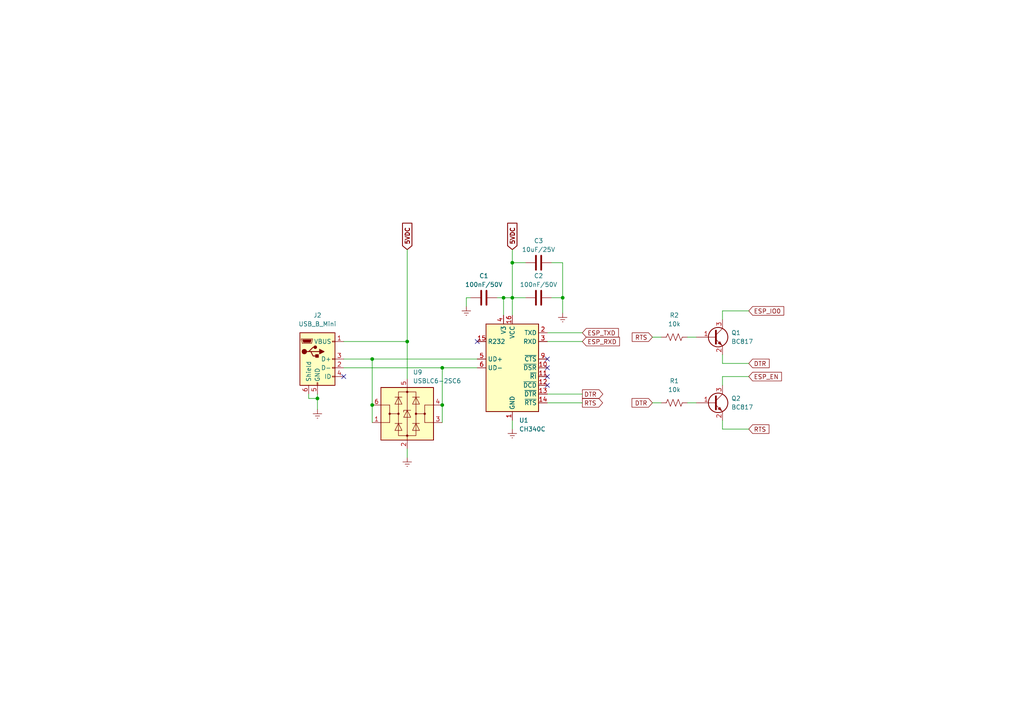
<source format=kicad_sch>
(kicad_sch (version 20230121) (generator eeschema)
  (paper "A4")
  (lib_symbols
    (symbol "Connector:USB_B_Mini" (pin_names (offset 1.016))
      (property "Reference" "J" (at -5.08 11.43 0))
      (property "Value" "USB_B_Mini" (at -5.08 8.89 0))
      (symbol "USB_B_Mini_0_1"
        (rectangle (start -5.08 -7.62) (end 5.08 7.62) (stroke (width 0.254)) (fill (type background)))
        (circle (center -3.81 2.159) (radius 0.635) (stroke (width 0.254)) (fill (type outline)))
        (circle (center -0.635 3.429) (radius 0.381) (stroke (width 0.254)) (fill (type outline)))
        (rectangle (start -0.127 -7.62) (end 0.127 -6.858))
        (polyline (pts (xy -1.905 2.159) (xy 0.635 2.159)) (stroke (width 0.254)))
        (polyline (pts (xy -3.175 2.159) (xy -2.54 2.159) (xy -1.27 3.429) (xy -0.635 3.429)) (stroke (width 0.254)))
        (polyline (pts (xy -2.54 2.159) (xy -1.905 2.159) (xy -1.27 0.889) (xy 0 0.889)) (stroke (width 0.254)))
        (polyline (pts (xy 0.635 2.794) (xy 0.635 1.524) (xy 1.905 2.159) (xy 0.635 2.794)) (stroke (width 0.254)) (fill (type outline)))
        (polyline (pts (xy -4.318 5.588) (xy -1.778 5.588) (xy -2.032 4.826) (xy -4.064 4.826) (xy -4.318 5.588)) (fill (type outline)))
        (polyline (pts (xy -4.699 5.842) (xy -4.699 5.588) (xy -4.445 4.826) (xy -4.445 4.572) (xy -1.651 4.572) (xy -1.651 4.826) (xy -1.397 5.588) (xy -1.397 5.842) (xy -4.699 5.842)))
        (rectangle (start 0.254 1.27) (end -0.508 0.508) (stroke (width 0.254)) (fill (type outline)))
        (rectangle (start 5.08 -5.207) (end 4.318 -4.953))
        (rectangle (start 5.08 -2.667) (end 4.318 -2.413))
        (rectangle (start 5.08 -0.127) (end 4.318 0.127))
        (rectangle (start 5.08 4.953) (end 4.318 5.207))
      )
      (symbol "USB_B_Mini_1_1"
        (pin power_out line (at 7.62 5.08 180) (length 2.54) (name "VBUS") (number "1"))
        (pin bidirectional line (at 7.62 -2.54 180) (length 2.54) (name "D-") (number "2"))
        (pin bidirectional line (at 7.62 0 180) (length 2.54) (name "D+") (number "3"))
        (pin passive line (at 7.62 -5.08 180) (length 2.54) (name "ID") (number "4"))
        (pin power_out line (at 0 -10.16 90) (length 2.54) (name "GND") (number "5"))
        (pin passive line (at -2.54 -10.16 90) (length 2.54) (name "Shield") (number "6"))
      )
    )
    (symbol "Device:C" (pin_numbers hide) (pin_names (offset 0.254))
      (property "Reference" "C" (at 0.635 2.54 0))
      (property "Value" "C" (at 0.635 -2.54 0))
      (symbol "C_0_1"
        (polyline (pts (xy -2.032 -0.762) (xy 2.032 -0.762)) (stroke (width 0.508)))
        (polyline (pts (xy -2.032 0.762) (xy 2.032 0.762)) (stroke (width 0.508)))
      )
      (symbol "C_1_1"
        (pin passive line (at 0 3.81 270) (length 2.794) (name "~") (number "1"))
        (pin passive line (at 0 -3.81 90) (length 2.794) (name "~") (number "2"))
      )
    )
    (symbol "Device:R_US" (pin_numbers hide) (pin_names (offset 0))
      (property "Reference" "R" (at 2.54 0 90))
      (property "Value" "R_US" (at -2.54 0 90))
      (symbol "R_US_0_1"
        (polyline (pts (xy 0 -2.286) (xy 0 -2.54)))
        (polyline (pts (xy 0 2.286) (xy 0 2.54)))
        (polyline (pts (xy 0 -0.762) (xy 1.016 -1.143) (xy 0 -1.524) (xy -1.016 -1.905) (xy 0 -2.286)))
        (polyline (pts (xy 0 0.762) (xy 1.016 0.381) (xy 0 0) (xy -1.016 -0.381) (xy 0 -0.762)))
        (polyline (pts (xy 0 2.286) (xy 1.016 1.905) (xy 0 1.524) (xy -1.016 1.143) (xy 0 0.762)))
      )
      (symbol "R_US_1_1"
        (pin passive line (at 0 3.81 270) (length 1.27) (name "~") (number "1"))
        (pin passive line (at 0 -3.81 90) (length 1.27) (name "~") (number "2"))
      )
    )
    (symbol "Interface_USB:CH340C"
      (property "Reference" "U" (at -5.08 13.97 0))
      (property "Value" "CH340C" (at 1.27 13.97 0))
      (symbol "CH340C_0_1"
        (rectangle (start -7.62 12.7) (end 7.62 -12.7) (stroke (width 0.254)) (fill (type background)))
      )
      (symbol "CH340C_1_1"
        (pin power_in line (at 0 -15.24 90) (length 2.54) (name "GND") (number "1"))
        (pin input line (at 10.16 0 180) (length 2.54) (name "~{DSR}") (number "10"))
        (pin input line (at 10.16 -2.54 180) (length 2.54) (name "~{RI}") (number "11"))
        (pin input line (at 10.16 -5.08 180) (length 2.54) (name "~{DCD}") (number "12"))
        (pin output line (at 10.16 -7.62 180) (length 2.54) (name "~{DTR}") (number "13"))
        (pin output line (at 10.16 -10.16 180) (length 2.54) (name "~{RTS}") (number "14"))
        (pin input line (at -10.16 7.62 0) (length 2.54) (name "R232") (number "15"))
        (pin power_in line (at 0 15.24 270) (length 2.54) (name "VCC") (number "16"))
        (pin output line (at 10.16 10.16 180) (length 2.54) (name "TXD") (number "2"))
        (pin input line (at 10.16 7.62 180) (length 2.54) (name "RXD") (number "3"))
        (pin passive line (at -2.54 15.24 270) (length 2.54) (name "V3") (number "4"))
        (pin bidirectional line (at -10.16 2.54 0) (length 2.54) (name "UD+") (number "5"))
        (pin bidirectional line (at -10.16 0 0) (length 2.54) (name "UD-") (number "6"))
        (pin no_connect line (at -7.62 -7.62 0) (length 2.54) hide (name "NC") (number "7"))
        (pin no_connect line (at -7.62 -10.16 0) (length 2.54) hide (name "NC") (number "8"))
        (pin input line (at 10.16 2.54 180) (length 2.54) (name "~{CTS}") (number "9"))
      )
    )
    (symbol "Power_Protection:USBLC6-2SC6" (pin_names hide)
      (property "Reference" "U" (at 2.54 8.89 0))
      (property "Value" "USBLC6-2SC6" (at 2.54 -8.89 0))
      (symbol "USBLC6-2SC6_0_1"
        (rectangle (start -7.62 -7.62) (end 7.62 7.62) (stroke (width 0.254)) (fill (type background)))
        (circle (center -5.08 0) (radius 0.254) (fill (type outline)))
        (circle (center -2.54 0) (radius 0.254) (fill (type outline)))
        (rectangle (start -2.54 6.35) (end 2.54 -6.35))
        (circle (center 0 -6.35) (radius 0.254) (fill (type outline)))
        (polyline (pts (xy -5.08 -2.54) (xy -7.62 -2.54)))
        (polyline (pts (xy -5.08 0) (xy -5.08 -2.54)))
        (polyline (pts (xy -5.08 2.54) (xy -7.62 2.54)))
        (polyline (pts (xy -1.524 -2.794) (xy -3.556 -2.794)))
        (polyline (pts (xy -1.524 4.826) (xy -3.556 4.826)))
        (polyline (pts (xy 0 -7.62) (xy 0 -6.35)))
        (polyline (pts (xy 0 -6.35) (xy 0 1.27)))
        (polyline (pts (xy 0 1.27) (xy 0 6.35)))
        (polyline (pts (xy 0 6.35) (xy 0 7.62)))
        (polyline (pts (xy 1.524 -2.794) (xy 3.556 -2.794)))
        (polyline (pts (xy 1.524 4.826) (xy 3.556 4.826)))
        (polyline (pts (xy 5.08 -2.54) (xy 7.62 -2.54)))
        (polyline (pts (xy 5.08 0) (xy 5.08 -2.54)))
        (polyline (pts (xy 5.08 2.54) (xy 7.62 2.54)))
        (polyline (pts (xy -2.54 0) (xy -5.08 0) (xy -5.08 2.54)))
        (polyline (pts (xy 2.54 0) (xy 5.08 0) (xy 5.08 2.54)))
        (polyline (pts (xy -3.556 -4.826) (xy -1.524 -4.826) (xy -2.54 -2.794) (xy -3.556 -4.826)))
        (polyline (pts (xy -3.556 2.794) (xy -1.524 2.794) (xy -2.54 4.826) (xy -3.556 2.794)))
        (polyline (pts (xy -1.016 -1.016) (xy 1.016 -1.016) (xy 0 1.016) (xy -1.016 -1.016)))
        (polyline (pts (xy 1.016 1.016) (xy 0.762 1.016) (xy -1.016 1.016) (xy -1.016 0.508)))
        (polyline (pts (xy 3.556 -4.826) (xy 1.524 -4.826) (xy 2.54 -2.794) (xy 3.556 -4.826)))
        (polyline (pts (xy 3.556 2.794) (xy 1.524 2.794) (xy 2.54 4.826) (xy 3.556 2.794)))
        (circle (center 0 6.35) (radius 0.254) (fill (type outline)))
        (circle (center 2.54 0) (radius 0.254) (fill (type outline)))
        (circle (center 5.08 0) (radius 0.254) (fill (type outline)))
      )
      (symbol "USBLC6-2SC6_1_1"
        (pin passive line (at -10.16 -2.54 0) (length 2.54) (name "I/O1") (number "1"))
        (pin passive line (at 0 -10.16 90) (length 2.54) (name "GND") (number "2"))
        (pin passive line (at 10.16 -2.54 180) (length 2.54) (name "I/O2") (number "3"))
        (pin passive line (at 10.16 2.54 180) (length 2.54) (name "I/O2") (number "4"))
        (pin passive line (at 0 10.16 270) (length 2.54) (name "VBUS") (number "5"))
        (pin passive line (at -10.16 2.54 0) (length 2.54) (name "I/O1") (number "6"))
      )
    )
    (symbol "Transistor_BJT:BC817" (pin_names (offset 0) hide)
      (property "Reference" "Q" (at 5.08 1.905 0))
      (property "Value" "BC817" (at 5.08 0 0))
      (symbol "BC817_0_1"
        (polyline (pts (xy 0.635 0.635) (xy 2.54 2.54)))
        (polyline (pts (xy 0.635 -0.635) (xy 2.54 -2.54) (xy 2.54 -2.54)))
        (polyline (pts (xy 0.635 1.905) (xy 0.635 -1.905) (xy 0.635 -1.905)) (stroke (width 0.508)))
        (polyline (pts (xy 1.27 -1.778) (xy 1.778 -1.27) (xy 2.286 -2.286) (xy 1.27 -1.778) (xy 1.27 -1.778)) (fill (type outline)))
        (circle (center 1.27 0) (radius 2.8194) (stroke (width 0.254)))
      )
      (symbol "BC817_1_1"
        (pin input line (at -5.08 0 0) (length 5.715) (name "B") (number "1"))
        (pin passive line (at 2.54 -5.08 90) (length 2.54) (name "E") (number "2"))
        (pin passive line (at 2.54 5.08 270) (length 2.54) (name "C") (number "3"))
      )
    )
    (symbol "power:Earth" (power) (pin_names (offset 0))
      (symbol "Earth_0_1"
        (polyline (pts (xy -0.635 -1.905) (xy 0.635 -1.905)))
        (polyline (pts (xy -0.127 -2.54) (xy 0.127 -2.54)))
        (polyline (pts (xy 0 -1.27) (xy 0 0)))
        (polyline (pts (xy 1.27 -1.27) (xy -1.27 -1.27)))
      )
      (symbol "Earth_1_1"
        (pin power_in line (at 0 0 270) (length 0) hide (name "Earth") (number "1"))
      )
    )
  )
  (junction (at 148.59 76.2))
  (junction (at 107.95 104.14))
  (junction (at 118.11 99.06))
  (junction (at 148.59 86.36))
  (junction (at 163.195 86.36))
  (junction (at 146.05 86.36))
  (junction (at 92.075 115.57))
  (junction (at 128.27 117.475))
  (junction (at 128.27 106.68))
  (junction (at 107.95 117.475))
  (no_connect (at 138.43 99.06))
  (no_connect (at 158.75 106.68))
  (no_connect (at 158.75 109.22))
  (no_connect (at 158.75 111.76))
  (no_connect (at 158.75 104.14))
  (no_connect (at 99.695 109.22))
  (wire (pts (xy 148.59 86.36) (xy 148.59 91.44)))
  (wire (pts (xy 107.95 117.475) (xy 107.95 122.555)))
  (wire (pts (xy 158.75 96.52) (xy 168.91 96.52)))
  (wire (pts (xy 148.59 72.39) (xy 148.59 76.2)))
  (wire (pts (xy 209.55 102.87) (xy 209.55 105.41)))
  (wire (pts (xy 209.55 90.17) (xy 217.17 90.17)))
  (wire (pts (xy 160.02 76.2) (xy 163.195 76.2)))
  (wire (pts (xy 209.55 121.92) (xy 209.55 124.46)))
  (wire (pts (xy 160.02 86.36) (xy 163.195 86.36)))
  (wire (pts (xy 148.59 121.92) (xy 148.59 124.46)))
  (wire (pts (xy 148.59 76.2) (xy 148.59 86.36)))
  (wire (pts (xy 209.55 124.46) (xy 217.17 124.46)))
  (wire (pts (xy 118.11 72.39) (xy 118.11 99.06)))
  (wire (pts (xy 135.255 86.36) (xy 135.255 88.9)))
  (wire (pts (xy 199.39 97.79) (xy 201.93 97.79)))
  (wire (pts (xy 99.695 106.68) (xy 128.27 106.68)))
  (wire (pts (xy 209.55 111.76) (xy 209.55 109.22)))
  (wire (pts (xy 158.75 99.06) (xy 168.91 99.06)))
  (wire (pts (xy 148.59 76.2) (xy 152.4 76.2)))
  (wire (pts (xy 144.145 86.36) (xy 146.05 86.36)))
  (wire (pts (xy 118.11 99.06) (xy 118.11 109.855)))
  (wire (pts (xy 136.525 86.36) (xy 135.255 86.36)))
  (wire (pts (xy 99.695 104.14) (xy 107.95 104.14)))
  (wire (pts (xy 118.11 130.175) (xy 118.11 132.715)))
  (wire (pts (xy 189.23 116.84) (xy 191.77 116.84)))
  (wire (pts (xy 146.05 86.36) (xy 148.59 86.36)))
  (wire (pts (xy 99.695 99.06) (xy 118.11 99.06)))
  (wire (pts (xy 163.195 76.2) (xy 163.195 86.36)))
  (wire (pts (xy 209.55 105.41) (xy 217.17 105.41)))
  (wire (pts (xy 89.535 115.57) (xy 92.075 115.57)))
  (wire (pts (xy 199.39 116.84) (xy 201.93 116.84)))
  (wire (pts (xy 158.75 114.3) (xy 168.91 114.3)))
  (wire (pts (xy 92.075 114.3) (xy 92.075 115.57)))
  (wire (pts (xy 128.27 106.68) (xy 128.27 117.475)))
  (wire (pts (xy 128.27 106.68) (xy 138.43 106.68)))
  (wire (pts (xy 209.55 92.71) (xy 209.55 90.17)))
  (wire (pts (xy 189.23 97.79) (xy 191.77 97.79)))
  (wire (pts (xy 107.95 104.14) (xy 107.95 117.475)))
  (wire (pts (xy 128.27 117.475) (xy 128.27 122.555)))
  (wire (pts (xy 146.05 86.36) (xy 146.05 91.44)))
  (wire (pts (xy 148.59 86.36) (xy 152.4 86.36)))
  (wire (pts (xy 158.75 116.84) (xy 168.91 116.84)))
  (wire (pts (xy 89.535 114.3) (xy 89.535 115.57)))
  (wire (pts (xy 163.195 86.36) (xy 163.195 90.805)))
  (wire (pts (xy 107.95 104.14) (xy 138.43 104.14)))
  (wire (pts (xy 92.075 115.57) (xy 92.075 118.745)))
  (wire (pts (xy 209.55 109.22) (xy 217.17 109.22)))
  (global_label "DTR" (shape output) (at 168.91 114.3 0) (property "Intersheetrefs" "${INTERSHEET_REFS}" (effects hide)))
  (global_label "ESP_RXD" (shape input) (at 168.91 99.06 0) (property "Intersheetrefs" "${INTERSHEET_REFS}" (effects hide)))
  (global_label "RTS" (shape input) (at 217.17 124.46 0) (property "Intersheetrefs" "${INTERSHEET_REFS}" (effects hide)))
  (global_label "5VDC" (shape input) (at 148.59 72.39 90) (effects (font (thickness 0.254) bold)) (property "Intersheetrefs" "${INTERSHEET_REFS}" (effects hide)))
  (global_label "ESP_EN" (shape input) (at 217.17 109.22 0) (property "Intersheetrefs" "${INTERSHEET_REFS}" (effects hide)))
  (global_label "5VDC" (shape input) (at 118.11 72.39 90) (effects (font (thickness 0.254) bold)) (property "Intersheetrefs" "${INTERSHEET_REFS}" (effects hide)))
  (global_label "RTS" (shape output) (at 168.91 116.84 0) (property "Intersheetrefs" "${INTERSHEET_REFS}" (effects hide)))
  (global_label "ESP_TXD" (shape input) (at 168.91 96.52 0) (property "Intersheetrefs" "${INTERSHEET_REFS}" (effects hide)))
  (global_label "DTR" (shape input) (at 189.23 116.84 180) (property "Intersheetrefs" "${INTERSHEET_REFS}" (effects hide)))
  (global_label "DTR" (shape input) (at 217.17 105.41 0) (property "Intersheetrefs" "${INTERSHEET_REFS}" (effects hide)))
  (global_label "ESP_IO0" (shape input) (at 217.17 90.17 0) (property "Intersheetrefs" "${INTERSHEET_REFS}" (effects hide)))
  (global_label "RTS" (shape input) (at 189.23 97.79 180) (property "Intersheetrefs" "${INTERSHEET_REFS}" (effects hide)))
  (symbol (lib_id "power:Earth") (at 135.255 88.9 0) (unit 1)
    (property "Reference" "#PWR02" (effects hide))
    (property "Value" "Earth" (effects hide))
    (instances (project "CH340C" (path "" (reference "#PWR02") (unit 1))) (project "Relay_Control" (path "" (reference "#PWR09") (unit 1)) (path "" (reference "#PWR09") (unit 1))) (project "PIF_Lab_Internship_Project" (path "" (reference "#PWR013") (unit 1))) (project "Intership_board" (path "" (reference "#PWR020") (unit 1))))
  )
  (symbol (lib_id "Connector:USB_B_Mini") (at 92.075 104.14 0) (unit 1)
    (property "Reference" "J2" (at 92.075 91.44 0))
    (property "Value" "USB_B_Mini" (at 92.075 93.98 0))
    (property "Footprint" "Connector_USB:USB_Micro-B_Wuerth_629105150521" (effects hide))
    (instances (project "CH340C" (path "" (reference "J2") (unit 1))) (project "CP2102" (path "" (reference "J1") (unit 1))) (project "Relay_Control" (path "" (reference "J2") (unit 1)) (path "" (reference "J2") (unit 1))) (project "PIF_Lab_Internship_Project" (path "" (reference "J2") (unit 1))) (project "Intership_board" (path "" (reference "J4") (unit 1))))
  )
  (symbol (lib_id "power:Earth") (at 92.075 118.745 0) (unit 1)
    (property "Reference" "#PWR01" (effects hide))
    (property "Value" "Earth" (effects hide))
    (instances (project "CH340C" (path "" (reference "#PWR01") (unit 1))) (project "CP2102" (path "" (reference "#PWR01") (unit 1))) (project "Relay_Control" (path "" (reference "#PWR08") (unit 1)) (path "" (reference "#PWR08") (unit 1))) (project "PIF_Lab_Internship_Project" (path "" (reference "#PWR012") (unit 1))) (project "Intership_board" (path "" (reference "#PWR018") (unit 1))))
  )
  (symbol (lib_id "Transistor_BJT:BC817") (at 207.01 116.84 0) (unit 1)
    (property "Reference" "Q2" (at 212.09 115.57 0) (effects (justify left)))
    (property "Value" "BC817" (at 212.09 118.11 0) (effects (justify left)))
    (property "Footprint" "Package_TO_SOT_SMD:SOT-23" (effects hide))
    (property "Datasheet" "https://www.onsemi.com/pub/Collateral/BC818-D.pdf" (effects hide))
  )
  (symbol (lib_id "Power_Protection:USBLC6-2SC6") (at 118.11 120.015 0) (unit 1)
    (property "Reference" "U9" (at 119.7611 107.95 0) (effects (justify left)))
    (property "Value" "USBLC6-2SC6" (at 119.7611 110.49 0) (effects (justify left)))
    (property "Footprint" "Package_TO_SOT_SMD:SOT-23-6" (effects hide))
    (property "Datasheet" "https://www.st.com/resource/en/datasheet/usblc6-2.pdf" (effects hide))
    (instances (project "PIF_Lab_Internship_Project" (path "" (reference "U9") (unit 1))) (project "Intership_board" (path "" (reference "U5") (unit 1))))
  )
  (symbol (lib_id "Device:R_US") (at 195.58 97.79 90) (unit 1)
    (property "Reference" "R2" (at 195.58 91.44 90))
    (property "Value" "10k" (at 195.58 93.98 90))
    (property "Footprint" "Resistor_SMD:R_0603_1608Metric" (effects hide))
    (instances (project "CH340C" (path "" (reference "R2") (unit 1))) (project "CP2102" (path "" (reference "R1") (unit 1))) (project "Relay_Control" (path "" (reference "R7") (unit 1)) (path "" (reference "R7") (unit 1))) (project "PIF_Lab_Internship_Project" (path "" (reference "R7") (unit 1))) (project "Intership_board" (path "" (reference "R10") (unit 1))))
  )
  (symbol (lib_id "Transistor_BJT:BC817") (at 207.01 97.79 0) (unit 1)
    (property "Reference" "Q1" (at 212.09 96.52 0) (effects (justify left)))
    (property "Value" "BC817" (at 212.09 99.06 0) (effects (justify left)))
    (property "Footprint" "Package_TO_SOT_SMD:SOT-23" (effects hide))
    (property "Datasheet" "https://www.onsemi.com/pub/Collateral/BC818-D.pdf" (effects hide))
  )
  (symbol (lib_id "Device:C") (at 156.21 76.2 270) (unit 1)
    (property "Reference" "C3" (at 156.21 69.85 90))
    (property "Value" "10uF/25V" (at 156.21 72.39 90))
    (property "Footprint" "Capacitor_SMD:C_0805_2012Metric" (effects hide))
    (instances (project "CH340C" (path "" (reference "C3") (unit 1))) (project "Relay_Control" (path "" (reference "C13") (unit 1)) (path "" (reference "C14") (unit 1))) (project "PIF_Lab_Internship_Project" (path "" (reference "C15") (unit 1))) (project "Intership_board" (path "" (reference "C14") (unit 1))))
  )
  (symbol (lib_id "Device:C") (at 156.21 86.36 270) (unit 1)
    (property "Reference" "C2" (at 156.21 80.01 90))
    (property "Value" "100nF/50V" (at 156.21 82.55 90))
    (property "Footprint" "Capacitor_SMD:C_0603_1608Metric" (effects hide))
    (instances (project "CH340C" (path "" (reference "C2") (unit 1))) (project "Relay_Control" (path "" (reference "C14") (unit 1)) (path "" (reference "C15") (unit 1))) (project "PIF_Lab_Internship_Project" (path "" (reference "C16") (unit 1))) (project "Intership_board" (path "" (reference "C15") (unit 1))))
  )
  (symbol (lib_id "power:Earth") (at 118.11 132.715 0) (unit 1)
    (property "Reference" "#PWR04" (effects hide))
    (property "Value" "Earth" (effects hide))
    (instances (project "CH340C" (path "" (reference "#PWR04") (unit 1))) (project "CP2102" (path "" (reference "#PWR01") (unit 1))) (project "Relay_Control" (path "" (reference "#PWR010") (unit 1)) (path "" (reference "#PWR010") (unit 1))) (project "PIF_Lab_Internship_Project" (path "" (reference "#PWR022") (unit 1))) (project "Intership_board" (path "" (reference "#PWR019") (unit 1))))
  )
  (symbol (lib_id "power:Earth") (at 148.59 124.46 0) (unit 1)
    (property "Reference" "#PWR04" (effects hide))
    (property "Value" "Earth" (effects hide))
    (instances (project "CH340C" (path "" (reference "#PWR04") (unit 1))) (project "CP2102" (path "" (reference "#PWR01") (unit 1))) (project "Relay_Control" (path "" (reference "#PWR010") (unit 1)) (path "" (reference "#PWR010") (unit 1))) (project "PIF_Lab_Internship_Project" (path "" (reference "#PWR014") (unit 1))) (project "Intership_board" (path "" (reference "#PWR021") (unit 1))))
  )
  (symbol (lib_id "Device:R_US") (at 195.58 116.84 90) (unit 1)
    (property "Reference" "R1" (at 195.58 110.49 90))
    (property "Value" "10k" (at 195.58 113.03 90))
    (property "Footprint" "Resistor_SMD:R_0603_1608Metric" (effects hide))
    (instances (project "CH340C" (path "" (reference "R1") (unit 1))) (project "CP2102" (path "" (reference "R2") (unit 1))) (project "Relay_Control" (path "" (reference "R6") (unit 1)) (path "" (reference "R8") (unit 1))) (project "PIF_Lab_Internship_Project" (path "" (reference "R8") (unit 1))) (project "Intership_board" (path "" (reference "R11") (unit 1))))
  )
  (symbol (lib_id "Interface_USB:CH340C") (at 148.59 106.68 0) (unit 1)
    (property "Reference" "U1" (at 150.5459 121.92 0) (effects (justify left)))
    (property "Value" "CH340C" (at 150.5459 124.46 0) (effects (justify left)))
    (property "Footprint" "Package_SO:SOIC-16_3.9x9.9mm_P1.27mm" (effects hide))
    (property "Datasheet" "https://datasheet.lcsc.com/szlcsc/Jiangsu-Qin-Heng-CH340C_C84681.pdf" (effects hide))
    (instances (project "CH340C" (path "" (reference "U1") (unit 1))) (project "Relay_Control" (path "" (reference "U4") (unit 1)) (path "" (reference "U4") (unit 1))) (project "PIF_Lab_Internship_Project" (path "" (reference "U4") (unit 1))) (project "Intership_board" (path "" (reference "U4") (unit 1))))
  )
  (symbol (lib_id "Device:C") (at 140.335 86.36 270) (unit 1)
    (property "Reference" "C1" (at 140.335 80.01 90))
    (property "Value" "100nF/50V" (at 140.335 82.55 90))
    (property "Footprint" "Capacitor_SMD:C_0603_1608Metric" (effects hide))
    (instances (project "CH340C" (path "" (reference "C1") (unit 1))) (project "Relay_Control" (path "" (reference "C12") (unit 1)) (path "" (reference "C16") (unit 1))) (project "PIF_Lab_Internship_Project" (path "" (reference "C14") (unit 1))) (project "Intership_board" (path "" (reference "C16") (unit 1))))
  )
  (symbol (lib_id "power:Earth") (at 163.195 90.805 0) (unit 1)
    (property "Reference" "#PWR03" (effects hide))
    (property "Value" "Earth" (effects hide))
    (instances (project "CH340C" (path "" (reference "#PWR03") (unit 1))) (project "CP2102" (path "" (reference "#PWR01") (unit 1))) (project "Relay_Control" (path "" (reference "#PWR011") (unit 1)) (path "" (reference "#PWR011") (unit 1))) (project "PIF_Lab_Internship_Project" (path "" (reference "#PWR015") (unit 1))) (project "Intership_board" (path "" (reference "#PWR022") (unit 1))))
  )
)
</source>
